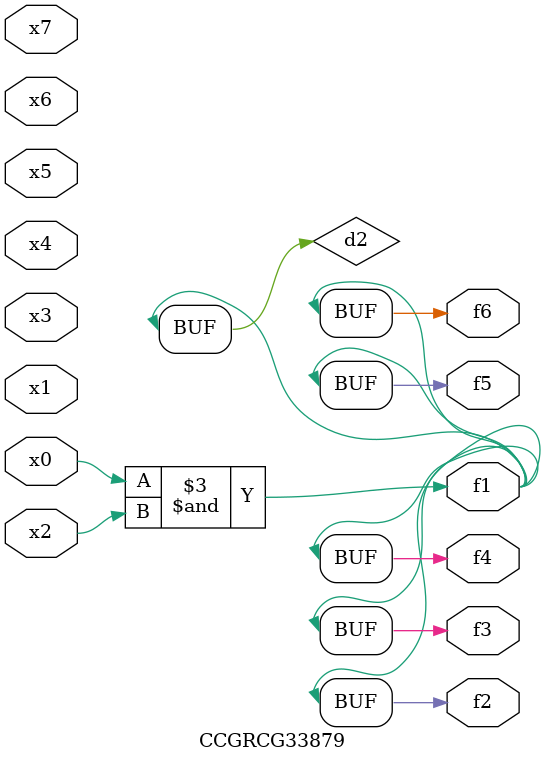
<source format=v>
module CCGRCG33879(
	input x0, x1, x2, x3, x4, x5, x6, x7,
	output f1, f2, f3, f4, f5, f6
);

	wire d1, d2;

	nor (d1, x3, x6);
	and (d2, x0, x2);
	assign f1 = d2;
	assign f2 = d2;
	assign f3 = d2;
	assign f4 = d2;
	assign f5 = d2;
	assign f6 = d2;
endmodule

</source>
